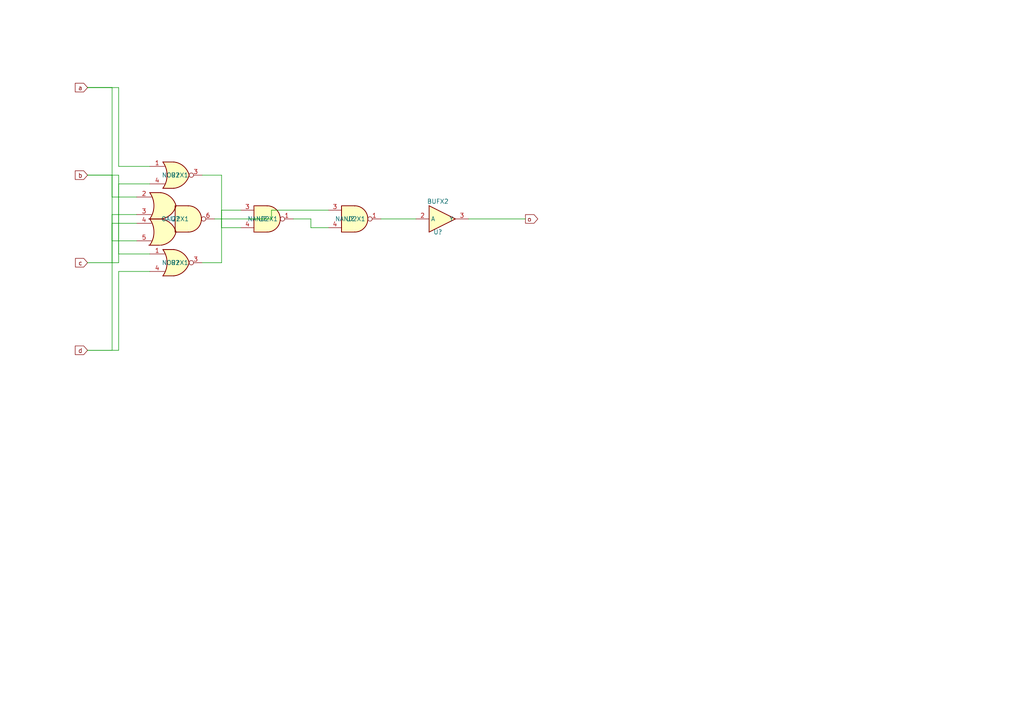
<source format=kicad_sch>
(kicad_sch (version 20200714) (host "asg" "0.1.0")
  (page 1 1)
  (paper "A4")
  (lib_symbols
    (symbol "test:OAI22X1"
      (property "Reference" "U" (at 0 0 0))
      (property "Value" "OAI22X1" (at 0 0 0))
      (symbol "OAI22X1_1_1"
        (arc (start 3.81 -3.81) (end 3.81 3.81) (radius (at 3.81 0) (length 3.81) (angles -89.9 89.9)) (stroke (width 0.254)) (fill (type background)))
        (arc (start -7.366 7.62) (end -7.366 0) (radius (at -12.7 3.81) (length 6.5532) (angles 35.4 -35.4)) (stroke (width 0.254)))
        (arc (start 0.254 3.81) (end -4.1656 7.62) (radius (at -4.7498 2.4892) (length 5.1816) (angles 15 83.7)) (stroke (width 0.254)) (fill (type background)))
        (arc (start 0.254 3.81) (end -4.1656 0) (radius (at -4.7498 5.1308) (length 5.1816) (angles -15 -83.7)) (stroke (width 0.254)) (fill (type background)))
        (arc (start -7.366 0) (end -7.366 -7.62) (radius (at -12.7 -3.81) (length 6.5532) (angles 35.4 -35.4)) (stroke (width 0.254)))
        (arc (start 0.254 -3.81) (end -4.1656 0) (radius (at -4.7498 -5.1308) (length 5.1816) (angles 15 83.7)) (stroke (width 0.254)) (fill (type background)))
        (arc (start 0.254 -3.81) (end -4.1656 -7.62) (radius (at -4.7498 -2.4892) (length 5.1816) (angles -15 -83.7)) (stroke (width 0.254)) (fill (type background)))
        (polyline (pts (xy 3.81 3.81) (xy 0 3.81) (xy 0 -3.81) (xy 3.81 -3.81)) (stroke (width 0.254)) (fill (type background)))
        (polyline (pts (xy -7.366 7.62) (xy -4.191 7.62)) (stroke (width 0.254)) (fill (type background)))
        (polyline (pts (xy -4.191 7.62) (xy -7.366 7.62) (xy -7.366 7.62) (xy -7.112 7.2136) (xy -6.5786 6.0706) (xy -6.2484 4.8514) (xy -6.1722 3.556) (xy -6.3246 2.3114) (xy -6.731 1.0922) (xy -7.366 0) (xy -7.366 0) (xy -4.191 0)) (stroke (width -25.4)) (fill (type background)))
        (polyline (pts (xy -7.62 0) (xy -4.445 0)) (stroke (width 0.254)) (fill (type background)))
        (polyline (pts (xy -7.366 0) (xy -4.191 0)) (stroke (width 0.254)) (fill (type background)))
        (polyline (pts (xy -4.191 0) (xy -7.366 0) (xy -7.366 0) (xy -7.112 -0.4064) (xy -6.5786 -1.5494) (xy -6.2484 -2.7686) (xy -6.1722 -4.064) (xy -6.3246 -5.3086) (xy -6.731 -6.5278) (xy -7.366 -7.62) (xy -7.366 -7.62) (xy -4.191 -7.62)) (stroke (width -25.4)) (fill (type background)))
        (polyline (pts (xy -7.62 -7.62) (xy -4.445 -7.62)) (stroke (width 0.254)) (fill (type background)))
        (pin output inverted (at 11.43 0 180) (length 3.81) (name "~") (number "6"))
        (pin input line (at -11.176 6.35 0) (length 4.318) (name "~") (number "2"))
        (pin input line (at -11.176 1.27 0) (length 4.318) (name "~") (number "3"))
        (pin input line (at -11.176 -1.27 0) (length 4.318) (name "~") (number "4"))
        (pin input line (at -11.176 -6.35 0) (length 4.318) (name "~") (number "5"))
      )
    )
    (symbol "test:NOR2X1"
      (property "Reference" "U" (at 0 0 0))
      (property "Value" "NOR2X1" (at 0 0 0))
      (symbol "NOR2X1_1_1"
        (arc (start -3.556 3.81) (end -3.556 -3.81) (radius (at -8.89 0) (length 6.5532) (angles 35.4 -35.4)) (stroke (width 0.254)))
        (arc (start 4.064 0) (end -0.3556 3.81) (radius (at -0.9398 -1.3208) (length 5.1816) (angles 15 83.7)) (stroke (width 0.254)) (fill (type background)))
        (arc (start 4.064 0) (end -0.3556 -3.81) (radius (at -0.9398 1.3208) (length 5.1816) (angles -15 -83.7)) (stroke (width 0.254)) (fill (type background)))
        (polyline (pts (xy -3.556 -3.81) (xy -0.381 -3.81)) (stroke (width 0.254)) (fill (type background)))
        (polyline (pts (xy -3.556 3.81) (xy -0.381 3.81)) (stroke (width 0.254)) (fill (type background)))
        (polyline (pts (xy -0.381 3.81) (xy -3.556 3.81) (xy -3.556 3.81) (xy -3.302 3.4036) (xy -2.7686 2.2606) (xy -2.4384 1.0414) (xy -2.3622 -0.254) (xy -2.5146 -1.4986) (xy -2.921 -2.7178) (xy -3.556 -3.81) (xy -3.556 -3.81) (xy -0.381 -3.81)) (stroke (width -25.4)) (fill (type background)))
        (pin input line (at -7.366 2.54 0) (length 4.318) (name "~") (number "1"))
        (pin input line (at -7.366 -2.54 0) (length 4.318) (name "~") (number "4"))
        (pin output inverted (at 7.874 0 180) (length 3.81) (name "~") (number "3"))
      )
    )
    (symbol "test:BUFX2"
      (property "Reference" "U" (at 0 3.81 0))
      (property "Value" "BUFX2" (at 0 -5.08 0))
      (symbol "BUFX2_1_0"
        (polyline (pts (xy -2.54 3.81) (xy -2.54 -3.81) (xy 5.08 0) (xy -2.54 3.81)) (stroke (width 0.254)) (fill (type background)))
        (pin input line (at -6.35 0 0) (length 3.81) (name "A") (number "2"))
        (pin output line (at 8.89 0 180) (length 3.81) (name "Y") (number "3"))
      )
    )
    (symbol "test:NAND2X1"
      (property "Reference" "U" (at 0 0 0))
      (property "Value" "NAND2X1" (at 0 0 0))
      (symbol "NAND2X1_1_1"
        (arc (start 1.27 -3.81) (end 1.27 3.81) (radius (at 1.27 0) (length 3.81) (angles -89.9 89.9)) (stroke (width 0.254)) (fill (type background)))
        (polyline (pts (xy 1.27 3.81) (xy -2.54 3.81) (xy -2.54 -3.81) (xy 1.27 -3.81)) (stroke (width 0.254)) (fill (type background)))
        (pin input line (at -6.35 2.54 0) (length 3.81) (name "~") (number "3"))
        (pin input line (at -6.35 -2.54 0) (length 3.81) (name "~") (number "4"))
        (pin output inverted (at 8.89 0 180) (length 3.81) (name "~") (number "1"))
      )
    )
  )
  (symbol (lib_id "test:NOR2X1") (at 50.8 50.8 0) (unit 1)
    (property "Reference" "U?" (at 50.8 50.8 0))
    (property "Value" "NOR2X1" (at 50.8 50.8 0))
  )
  (symbol (lib_id "test:BUFX2") (at 127.0 63.49999999999999 0) (unit 1)
    (property "Reference" "U?" (at 127.0 67.30999999999999 0))
    (property "Value" "BUFX2" (at 127.0 58.419999999999995 0))
  )
  (symbol (lib_id "test:NAND2X1") (at 101.6 63.49999999999999 0) (unit 1)
    (property "Reference" "U?" (at 101.6 63.49999999999999 0))
    (property "Value" "NAND2X1" (at 101.6 63.49999999999999 0))
  )
  (symbol (lib_id "test:NOR2X1") (at 50.8 76.19999999999999 0) (unit 1)
    (property "Reference" "U?" (at 50.8 76.19999999999999 0))
    (property "Value" "NOR2X1" (at 50.8 76.19999999999999 0))
  )
  (symbol (lib_id "test:NAND2X1") (at 76.19999999999999 63.49999999999999 0) (unit 1)
    (property "Reference" "U?" (at 76.19999999999999 63.49999999999999 0))
    (property "Value" "NAND2X1" (at 76.19999999999999 63.49999999999999 0))
  )
  (symbol (lib_id "test:OAI22X1") (at 50.8 63.49999999999999 0) (unit 1)
    (property "Reference" "U?" (at 50.8 63.49999999999999 0))
    (property "Value" "OAI22X1" (at 50.8 63.49999999999999 0))
  )
  (global_label "a" (shape input) (at 25.4 25.4 180))
  (global_label "b" (shape input) (at 25.4 50.8 180))
  (global_label "c" (shape input) (at 25.4 76.19999999999999 180))
  (global_label "d" (shape input) (at 25.4 101.6 180))
  (global_label "o" (shape output) (at 152.4 63.49999999999999 0))
  (wire (pts (xy 25.4 25.4) (xy 34.417 25.4)))
  (wire (pts (xy 34.417 25.4) (xy 34.417 48.26)))
  (wire (pts (xy 34.417 48.26) (xy 43.434 48.26)))
  (wire (pts (xy 25.4 25.4) (xy 32.512 25.4)))
  (wire (pts (xy 32.512 25.4) (xy 32.512 69.85)))
  (wire (pts (xy 32.512 69.85) (xy 39.623999999999995 69.85)))
  (wire (pts (xy 58.674 50.8) (xy 64.262 50.8)))
  (wire (pts (xy 64.262 50.8) (xy 64.262 66.03999999999999)))
  (wire (pts (xy 64.262 66.03999999999999) (xy 69.85 66.03999999999999)))
  (wire (pts (xy 25.4 76.19999999999999) (xy 34.417 76.19999999999999)))
  (wire (pts (xy 34.417 76.19999999999999) (xy 34.417 53.339999999999996)))
  (wire (pts (xy 34.417 53.339999999999996) (xy 43.434 53.339999999999996)))
  (wire (pts (xy 25.4 76.19999999999999) (xy 32.512 76.19999999999999)))
  (wire (pts (xy 32.512 76.19999999999999) (xy 32.512 64.77)))
  (wire (pts (xy 32.512 64.77) (xy 39.623999999999995 64.77)))
  (wire (pts (xy 110.49 63.49999999999999) (xy 120.65 63.49999999999999)))
  (wire (pts (xy 135.89 63.49999999999999) (xy 152.4 63.49999999999999)))
  (wire (pts (xy 62.23 63.49999999999999) (xy 78.74 63.49999999999999)))
  (wire (pts (xy 78.74 63.49999999999999) (xy 78.74 60.959999999999994)))
  (wire (pts (xy 78.74 60.959999999999994) (xy 95.25 60.959999999999994)))
  (wire (pts (xy 85.08999999999999 63.49999999999999) (xy 90.16999999999999 63.49999999999999)))
  (wire (pts (xy 90.16999999999999 63.49999999999999) (xy 90.16999999999999 66.03999999999999)))
  (wire (pts (xy 90.16999999999999 66.03999999999999) (xy 95.25 66.03999999999999)))
  (wire (pts (xy 25.4 50.8) (xy 34.417 50.8)))
  (wire (pts (xy 34.417 50.8) (xy 34.417 73.65999999999998)))
  (wire (pts (xy 34.417 73.65999999999998) (xy 43.434 73.65999999999998)))
  (wire (pts (xy 25.4 50.8) (xy 32.512 50.8)))
  (wire (pts (xy 32.512 50.8) (xy 32.512 57.14999999999999)))
  (wire (pts (xy 32.512 57.14999999999999) (xy 39.623999999999995 57.14999999999999)))
  (wire (pts (xy 58.674 76.19999999999999) (xy 64.262 76.19999999999999)))
  (wire (pts (xy 64.262 76.19999999999999) (xy 64.262 60.959999999999994)))
  (wire (pts (xy 64.262 60.959999999999994) (xy 69.85 60.959999999999994)))
  (wire (pts (xy 25.4 101.6) (xy 34.417 101.6)))
  (wire (pts (xy 34.417 101.6) (xy 34.417 78.74)))
  (wire (pts (xy 34.417 78.74) (xy 43.434 78.74)))
  (wire (pts (xy 25.4 101.6) (xy 32.512 101.6)))
  (wire (pts (xy 32.512 101.6) (xy 32.512 62.22999999999999)))
  (wire (pts (xy 32.512 62.22999999999999) (xy 39.623999999999995 62.22999999999999)))
)
</source>
